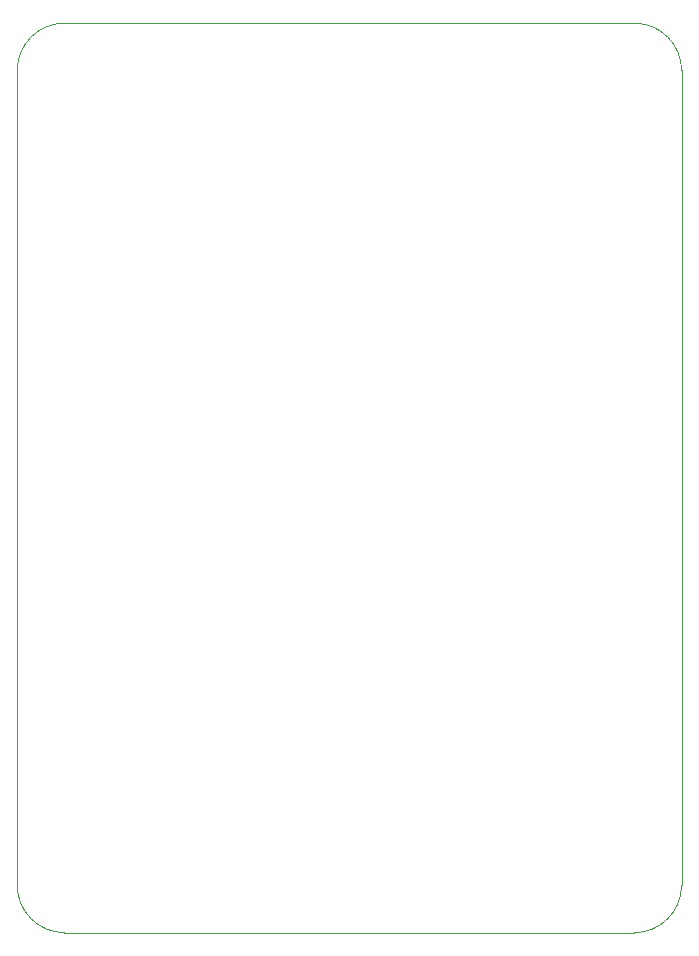
<source format=gm1>
G04 #@! TF.GenerationSoftware,KiCad,Pcbnew,8.0.5+dfsg-1*
G04 #@! TF.CreationDate,2025-08-13T00:48:16+00:00*
G04 #@! TF.ProjectId,telescope,74656c65-7363-46f7-9065-2e6b69636164,rev?*
G04 #@! TF.SameCoordinates,Original*
G04 #@! TF.FileFunction,Profile,NP*
%FSLAX46Y46*%
G04 Gerber Fmt 4.6, Leading zero omitted, Abs format (unit mm)*
G04 Created by KiCad (PCBNEW 8.0.5+dfsg-1) date 2025-08-13 00:48:16*
%MOMM*%
%LPD*%
G01*
G04 APERTURE LIST*
G04 #@! TA.AperFunction,Profile*
%ADD10C,0.100000*%
G04 #@! TD*
G04 APERTURE END LIST*
D10*
X179250000Y-84000000D02*
X179250000Y-153000000D01*
X179250000Y-84000000D02*
G75*
G02*
X183250000Y-80000000I4000000J0D01*
G01*
X183250000Y-157000000D02*
G75*
G02*
X179250000Y-153000000I0J4000000D01*
G01*
X231500000Y-80000000D02*
G75*
G02*
X235500000Y-84000000I0J-4000000D01*
G01*
X235500000Y-84000000D02*
X235500000Y-153000000D01*
X183250000Y-80000000D02*
X231500000Y-80000000D01*
X183250000Y-157000000D02*
X231500000Y-157000000D01*
X235500000Y-153000000D02*
G75*
G02*
X231500000Y-157000000I-4000000J0D01*
G01*
M02*

</source>
